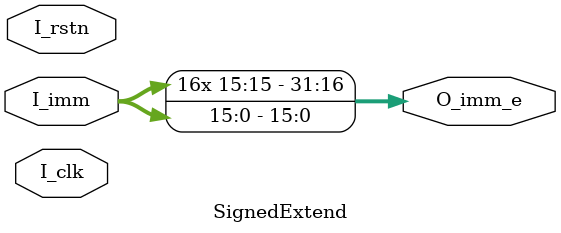
<source format=v>
`timescale 1ns / 1ps


module SignedExtend(
    input I_clk  ,
    input I_rstn  ,
    input [15:0]I_imm  ,
    output [31:0]O_imm_e
    );
    
    assign O_imm_e={{(16){I_imm[15]}}, I_imm};
endmodule

</source>
